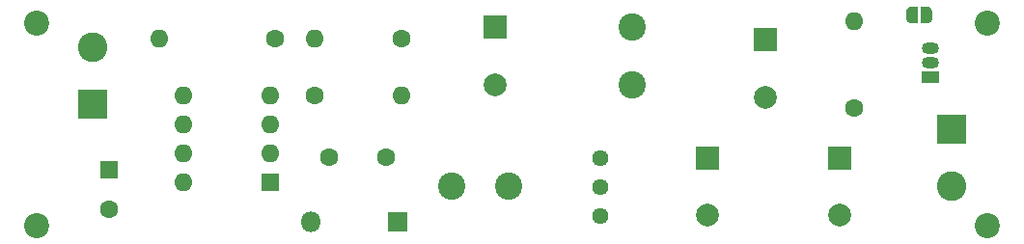
<source format=gts>
%TF.GenerationSoftware,KiCad,Pcbnew,(5.1.12)-1*%
%TF.CreationDate,2022-12-13T06:15:17+01:00*%
%TF.ProjectId,MC34063_buck,4d433334-3036-4335-9f62-75636b2e6b69,rev?*%
%TF.SameCoordinates,Original*%
%TF.FileFunction,Soldermask,Top*%
%TF.FilePolarity,Negative*%
%FSLAX46Y46*%
G04 Gerber Fmt 4.6, Leading zero omitted, Abs format (unit mm)*
G04 Created by KiCad (PCBNEW (5.1.12)-1) date 2022-12-13 06:15:17*
%MOMM*%
%LPD*%
G01*
G04 APERTURE LIST*
%ADD10C,1.600000*%
%ADD11R,1.800000X1.800000*%
%ADD12O,1.800000X1.800000*%
%ADD13C,2.600000*%
%ADD14R,2.600000X2.600000*%
%ADD15C,0.100000*%
%ADD16C,2.400000*%
%ADD17O,1.500000X1.050000*%
%ADD18R,1.500000X1.050000*%
%ADD19O,1.600000X1.600000*%
%ADD20C,1.440000*%
%ADD21R,1.600000X1.600000*%
%ADD22R,2.000000X2.000000*%
%ADD23C,2.000000*%
%ADD24C,2.200000*%
G04 APERTURE END LIST*
D10*
%TO.C,C2*%
X73200000Y-73400000D03*
X78200000Y-73400000D03*
%TD*%
D11*
%TO.C,D1*%
X79200000Y-79100000D03*
D12*
X71580000Y-79100000D03*
%TD*%
D13*
%TO.C,J1*%
X52500000Y-63700000D03*
D14*
X52500000Y-68700000D03*
%TD*%
%TO.C,J2*%
X127800000Y-70900000D03*
D13*
X127800000Y-75900000D03*
%TD*%
D15*
%TO.C,JP1*%
G36*
X124850000Y-61650000D02*
G01*
X124350000Y-61650000D01*
X124350000Y-61649398D01*
X124325466Y-61649398D01*
X124276635Y-61644588D01*
X124228510Y-61635016D01*
X124181555Y-61620772D01*
X124136222Y-61601995D01*
X124092949Y-61578864D01*
X124052150Y-61551604D01*
X124014221Y-61520476D01*
X123979524Y-61485779D01*
X123948396Y-61447850D01*
X123921136Y-61407051D01*
X123898005Y-61363778D01*
X123879228Y-61318445D01*
X123864984Y-61271490D01*
X123855412Y-61223365D01*
X123850602Y-61174534D01*
X123850602Y-61150000D01*
X123850000Y-61150000D01*
X123850000Y-60650000D01*
X123850602Y-60650000D01*
X123850602Y-60625466D01*
X123855412Y-60576635D01*
X123864984Y-60528510D01*
X123879228Y-60481555D01*
X123898005Y-60436222D01*
X123921136Y-60392949D01*
X123948396Y-60352150D01*
X123979524Y-60314221D01*
X124014221Y-60279524D01*
X124052150Y-60248396D01*
X124092949Y-60221136D01*
X124136222Y-60198005D01*
X124181555Y-60179228D01*
X124228510Y-60164984D01*
X124276635Y-60155412D01*
X124325466Y-60150602D01*
X124350000Y-60150602D01*
X124350000Y-60150000D01*
X124850000Y-60150000D01*
X124850000Y-61650000D01*
G37*
G36*
X125650000Y-60150602D02*
G01*
X125674534Y-60150602D01*
X125723365Y-60155412D01*
X125771490Y-60164984D01*
X125818445Y-60179228D01*
X125863778Y-60198005D01*
X125907051Y-60221136D01*
X125947850Y-60248396D01*
X125985779Y-60279524D01*
X126020476Y-60314221D01*
X126051604Y-60352150D01*
X126078864Y-60392949D01*
X126101995Y-60436222D01*
X126120772Y-60481555D01*
X126135016Y-60528510D01*
X126144588Y-60576635D01*
X126149398Y-60625466D01*
X126149398Y-60650000D01*
X126150000Y-60650000D01*
X126150000Y-61150000D01*
X126149398Y-61150000D01*
X126149398Y-61174534D01*
X126144588Y-61223365D01*
X126135016Y-61271490D01*
X126120772Y-61318445D01*
X126101995Y-61363778D01*
X126078864Y-61407051D01*
X126051604Y-61447850D01*
X126020476Y-61485779D01*
X125985779Y-61520476D01*
X125947850Y-61551604D01*
X125907051Y-61578864D01*
X125863778Y-61601995D01*
X125818445Y-61620772D01*
X125771490Y-61635016D01*
X125723365Y-61644588D01*
X125674534Y-61649398D01*
X125650000Y-61649398D01*
X125650000Y-61650000D01*
X125150000Y-61650000D01*
X125150000Y-60150000D01*
X125650000Y-60150000D01*
X125650000Y-60150602D01*
G37*
%TD*%
D16*
%TO.C,L1*%
X84000000Y-75900000D03*
X89000000Y-75900000D03*
%TD*%
%TO.C,L2*%
X99800000Y-67000000D03*
X99800000Y-62000000D03*
%TD*%
D17*
%TO.C,Q1*%
X126000000Y-65130000D03*
X126000000Y-63860000D03*
D18*
X126000000Y-66400000D03*
%TD*%
D10*
%TO.C,R1*%
X68500000Y-63000000D03*
D19*
X58340000Y-63000000D03*
%TD*%
D10*
%TO.C,R2*%
X79600000Y-63000000D03*
D19*
X71980000Y-63000000D03*
%TD*%
D10*
%TO.C,R4*%
X72000000Y-68000000D03*
D19*
X79620000Y-68000000D03*
%TD*%
%TO.C,R5*%
X119300000Y-61480000D03*
D10*
X119300000Y-69100000D03*
%TD*%
D20*
%TO.C,RV1*%
X97000000Y-73500000D03*
X97000000Y-76040000D03*
X97000000Y-78580000D03*
%TD*%
D21*
%TO.C,U1*%
X68100000Y-75600000D03*
D19*
X60480000Y-67980000D03*
X68100000Y-73060000D03*
X60480000Y-70520000D03*
X68100000Y-70520000D03*
X60480000Y-73060000D03*
X68100000Y-67980000D03*
X60480000Y-75600000D03*
%TD*%
D22*
%TO.C,C3*%
X87800000Y-62000000D03*
D23*
X87800000Y-67000000D03*
%TD*%
%TO.C,C4*%
X106400000Y-78500000D03*
D22*
X106400000Y-73500000D03*
%TD*%
D23*
%TO.C,C5*%
X111500000Y-68100000D03*
D22*
X111500000Y-63100000D03*
%TD*%
%TO.C,C6*%
X118000000Y-73500000D03*
D23*
X118000000Y-78500000D03*
%TD*%
D24*
%TO.C,H1*%
X47600000Y-79400000D03*
%TD*%
%TO.C,H2*%
X47600000Y-61600000D03*
%TD*%
%TO.C,H3*%
X131000000Y-61600000D03*
%TD*%
%TO.C,H4*%
X131000000Y-79400000D03*
%TD*%
D21*
%TO.C,C1*%
X53900000Y-74500000D03*
D10*
X53900000Y-78000000D03*
%TD*%
M02*

</source>
